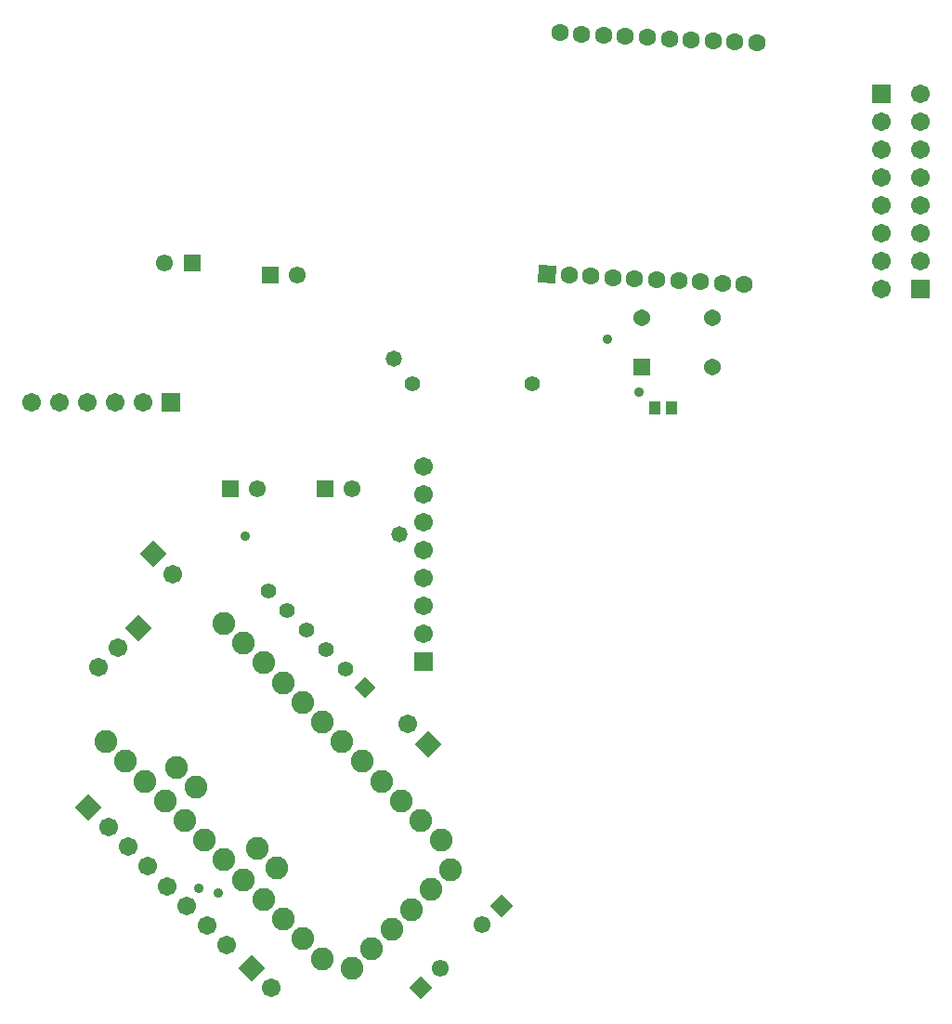
<source format=gbs>
G04*
G04 #@! TF.GenerationSoftware,Altium Limited,Altium Designer,22.5.1 (42)*
G04*
G04 Layer_Color=16711935*
%FSLAX25Y25*%
%MOIN*%
G70*
G04*
G04 #@! TF.SameCoordinates,1E371425-67B3-4B82-B5F9-9DAA90CAEBC7*
G04*
G04*
G04 #@! TF.FilePolarity,Negative*
G04*
G01*
G75*
%ADD21R,0.04422X0.04619*%
%ADD25C,0.08200*%
%ADD26P,0.09483X4X360.0*%
%ADD27C,0.06706*%
%ADD28C,0.06312*%
%ADD29P,0.08926X4X132.0*%
%ADD30P,0.09483X4X270.0*%
%ADD31R,0.06063X0.06063*%
%ADD32C,0.06063*%
%ADD33C,0.06102*%
%ADD34R,0.06102X0.06102*%
%ADD35R,0.06706X0.06706*%
%ADD36R,0.06706X0.06706*%
%ADD37C,0.05524*%
%ADD38P,0.08630X4X90.0*%
%ADD39C,0.05512*%
%ADD40P,0.07795X4X180.0*%
%ADD41C,0.03556*%
%ADD42C,0.05800*%
D21*
X243949Y227000D02*
D03*
X250051D02*
D03*
D25*
X135370Y25938D02*
D03*
X142441Y33009D02*
D03*
X149512Y40080D02*
D03*
X156583Y47151D02*
D03*
X163654Y54222D02*
D03*
X170726Y61293D02*
D03*
X101429Y69071D02*
D03*
X108500Y62000D02*
D03*
X79509Y90991D02*
D03*
X72438Y98063D02*
D03*
X124764Y29473D02*
D03*
X117692Y36544D02*
D03*
X110621Y43615D02*
D03*
X103551Y50687D02*
D03*
X96479Y57757D02*
D03*
X89408Y64828D02*
D03*
X82337Y71900D02*
D03*
X75266Y78971D02*
D03*
X68195Y86042D02*
D03*
X61124Y93113D02*
D03*
X54053Y100184D02*
D03*
X46982Y107255D02*
D03*
X89408Y149681D02*
D03*
X96479Y142610D02*
D03*
X103550Y135539D02*
D03*
X110622Y128468D02*
D03*
X117692Y121397D02*
D03*
X124764Y114326D02*
D03*
X131835Y107255D02*
D03*
X138906Y100184D02*
D03*
X145976Y93113D02*
D03*
X153048Y86042D02*
D03*
X160119Y78970D02*
D03*
X167190Y71900D02*
D03*
D26*
X99213Y25984D02*
D03*
X64000Y174500D02*
D03*
X40787Y83713D02*
D03*
X162571Y106429D02*
D03*
D27*
X106284Y18913D02*
D03*
X51500Y141000D02*
D03*
X44429Y133929D02*
D03*
X339213Y279551D02*
D03*
Y289551D02*
D03*
Y299551D02*
D03*
Y309551D02*
D03*
Y319551D02*
D03*
Y329551D02*
D03*
Y339551D02*
D03*
X60500Y229000D02*
D03*
X50500Y229000D02*
D03*
X40500Y229000D02*
D03*
X30500Y229000D02*
D03*
X20500Y229000D02*
D03*
X71071Y167429D02*
D03*
X325213Y329551D02*
D03*
Y319551D02*
D03*
Y309551D02*
D03*
Y299551D02*
D03*
Y289551D02*
D03*
Y279551D02*
D03*
Y269551D02*
D03*
X90284Y34216D02*
D03*
X83213Y41287D02*
D03*
X76143Y48358D02*
D03*
X69071Y55429D02*
D03*
X62000Y62500D02*
D03*
X54929Y69571D02*
D03*
X47858Y76642D02*
D03*
X155500Y113500D02*
D03*
X161000Y146000D02*
D03*
X161000Y156000D02*
D03*
X161000Y166000D02*
D03*
Y176000D02*
D03*
Y186000D02*
D03*
Y196000D02*
D03*
Y206000D02*
D03*
D28*
X209865Y361551D02*
D03*
X217729Y361138D02*
D03*
X225592Y360726D02*
D03*
X233455Y360314D02*
D03*
X241318Y359902D02*
D03*
X249181Y359490D02*
D03*
X257045Y359078D02*
D03*
X264908Y358666D02*
D03*
X272771Y358254D02*
D03*
X280634Y357842D02*
D03*
X276101Y271347D02*
D03*
X268238Y271759D02*
D03*
X260375Y272170D02*
D03*
X252512Y272583D02*
D03*
X244649Y272995D02*
D03*
X236785Y273407D02*
D03*
X228922Y273819D02*
D03*
X221059Y274231D02*
D03*
X213196Y274643D02*
D03*
D29*
X205332Y275056D02*
D03*
D30*
X58571Y148071D02*
D03*
D31*
X239205Y241642D02*
D03*
D32*
X264795D02*
D03*
X239205Y259358D02*
D03*
X264795Y259358D02*
D03*
D33*
X135421Y197933D02*
D03*
X101500Y198000D02*
D03*
X115842Y274500D02*
D03*
X68158Y279000D02*
D03*
X166941Y26018D02*
D03*
X182000Y41500D02*
D03*
D34*
X125579Y197933D02*
D03*
X91658Y198000D02*
D03*
X106000Y274500D02*
D03*
X78000Y279000D02*
D03*
D35*
X339213Y269551D02*
D03*
X325213Y339551D02*
D03*
X161000Y136000D02*
D03*
D36*
X70500Y229000D02*
D03*
D37*
X200153Y235500D02*
D03*
X156846D02*
D03*
D38*
X159982Y19059D02*
D03*
X188960Y48460D02*
D03*
D39*
X105201Y161298D02*
D03*
X112161Y154339D02*
D03*
X119121Y147379D02*
D03*
X126081Y140419D02*
D03*
X133040Y133460D02*
D03*
D40*
X140000Y126500D02*
D03*
D41*
X238500Y232500D02*
D03*
X227000Y251500D02*
D03*
X80500Y54500D02*
D03*
X97000Y181000D02*
D03*
X87500Y53000D02*
D03*
D42*
X150500Y244500D02*
D03*
X152500Y181500D02*
D03*
M02*

</source>
